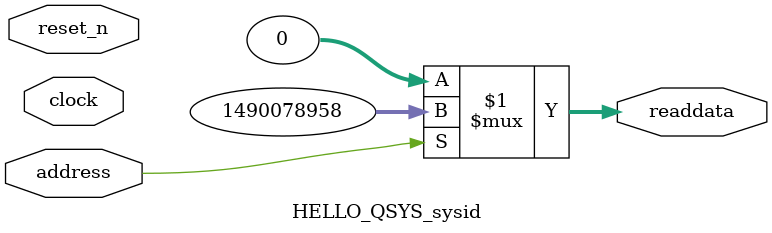
<source format=v>



// synthesis translate_off
`timescale 1ns / 1ps
// synthesis translate_on

// turn off superfluous verilog processor warnings 
// altera message_level Level1 
// altera message_off 10034 10035 10036 10037 10230 10240 10030 

module HELLO_QSYS_sysid (
               // inputs:
                address,
                clock,
                reset_n,

               // outputs:
                readdata
             )
;

  output  [ 31: 0] readdata;
  input            address;
  input            clock;
  input            reset_n;

  wire    [ 31: 0] readdata;
  //control_slave, which is an e_avalon_slave
  assign readdata = address ? 1490078958 : 0;

endmodule



</source>
